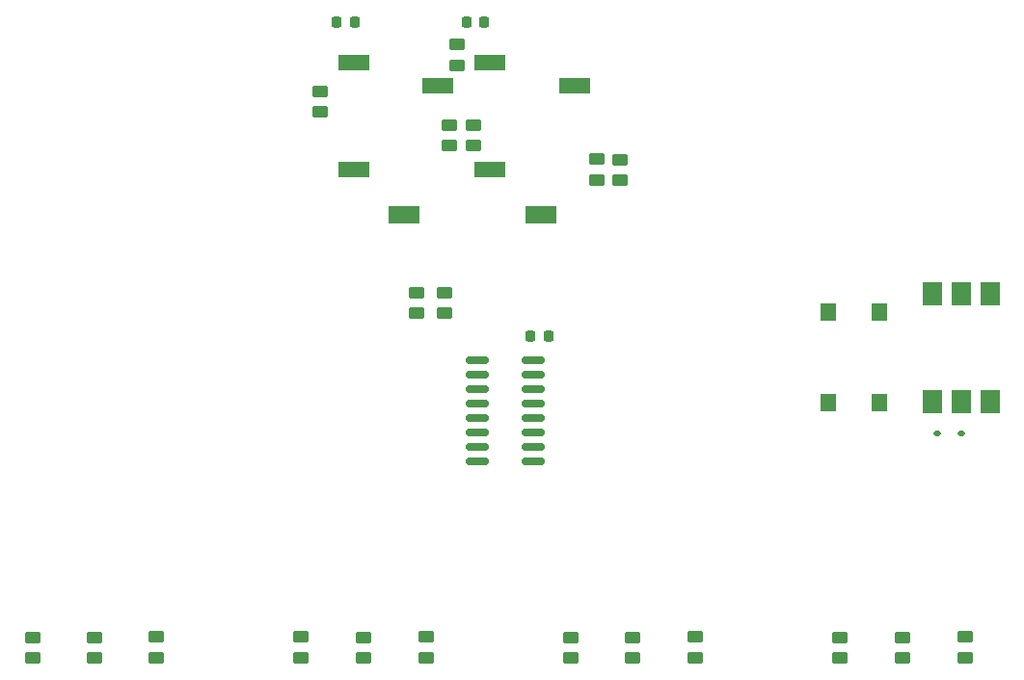
<source format=gtp>
%TF.GenerationSoftware,KiCad,Pcbnew,8.0.4*%
%TF.CreationDate,2024-08-26T20:05:07-05:00*%
%TF.ProjectId,controller,636f6e74-726f-46c6-9c65-722e6b696361,2*%
%TF.SameCoordinates,Original*%
%TF.FileFunction,Paste,Top*%
%TF.FilePolarity,Positive*%
%FSLAX46Y46*%
G04 Gerber Fmt 4.6, Leading zero omitted, Abs format (unit mm)*
G04 Created by KiCad (PCBNEW 8.0.4) date 2024-08-26 20:05:07*
%MOMM*%
%LPD*%
G01*
G04 APERTURE LIST*
G04 Aperture macros list*
%AMRoundRect*
0 Rectangle with rounded corners*
0 $1 Rounding radius*
0 $2 $3 $4 $5 $6 $7 $8 $9 X,Y pos of 4 corners*
0 Add a 4 corners polygon primitive as box body*
4,1,4,$2,$3,$4,$5,$6,$7,$8,$9,$2,$3,0*
0 Add four circle primitives for the rounded corners*
1,1,$1+$1,$2,$3*
1,1,$1+$1,$4,$5*
1,1,$1+$1,$6,$7*
1,1,$1+$1,$8,$9*
0 Add four rect primitives between the rounded corners*
20,1,$1+$1,$2,$3,$4,$5,0*
20,1,$1+$1,$4,$5,$6,$7,0*
20,1,$1+$1,$6,$7,$8,$9,0*
20,1,$1+$1,$8,$9,$2,$3,0*%
G04 Aperture macros list end*
%ADD10RoundRect,0.250000X-0.450000X0.262500X-0.450000X-0.262500X0.450000X-0.262500X0.450000X0.262500X0*%
%ADD11RoundRect,0.250000X0.450000X-0.262500X0.450000X0.262500X-0.450000X0.262500X-0.450000X-0.262500X0*%
%ADD12RoundRect,0.218750X-0.218750X-0.256250X0.218750X-0.256250X0.218750X0.256250X-0.218750X0.256250X0*%
%ADD13R,2.800000X1.400000*%
%ADD14R,2.800000X1.600000*%
%ADD15R,1.400000X1.600000*%
%ADD16R,1.780000X2.000000*%
%ADD17RoundRect,0.225000X0.225000X0.250000X-0.225000X0.250000X-0.225000X-0.250000X0.225000X-0.250000X0*%
%ADD18RoundRect,0.150000X-0.825000X-0.150000X0.825000X-0.150000X0.825000X0.150000X-0.825000X0.150000X0*%
%ADD19RoundRect,0.112500X-0.187500X-0.112500X0.187500X-0.112500X0.187500X0.112500X-0.187500X0.112500X0*%
G04 APERTURE END LIST*
D10*
%TO.C,R11*%
X98427577Y-88800000D03*
X98427577Y-90625000D03*
%TD*%
D11*
%TO.C,R6*%
X84400000Y-45612500D03*
X84400000Y-43787500D03*
%TD*%
D12*
%TO.C,DT1*%
X83812500Y-34700000D03*
X85387500Y-34700000D03*
%TD*%
D13*
%TO.C,J1-I1*%
X73900000Y-38300000D03*
X73900000Y-47700000D03*
X81300000Y-40300000D03*
D14*
X78350000Y-51700000D03*
%TD*%
D15*
%TO.C,SW1*%
X115600000Y-68200000D03*
X115600000Y-60200000D03*
X120100000Y-68200000D03*
X120100000Y-60200000D03*
%TD*%
D10*
%TO.C,R15*%
X93000000Y-88800000D03*
X93000000Y-90625000D03*
%TD*%
%TO.C,R9*%
X51116663Y-88800000D03*
X51116663Y-90625000D03*
%TD*%
%TO.C,R5*%
X71000000Y-40787500D03*
X71000000Y-42612500D03*
%TD*%
D16*
%TO.C,U1*%
X124700000Y-68100000D03*
X127240000Y-68100000D03*
X129780000Y-68100000D03*
X129780000Y-58570000D03*
X127240000Y-58570000D03*
X124700000Y-58570000D03*
%TD*%
D10*
%TO.C,R8*%
X79400000Y-58487500D03*
X79400000Y-60312500D03*
%TD*%
%TO.C,R18*%
X80300000Y-88787500D03*
X80300000Y-90612500D03*
%TD*%
%TO.C,R2*%
X83000000Y-36687500D03*
X83000000Y-38512500D03*
%TD*%
%TO.C,R20*%
X127600000Y-88787500D03*
X127600000Y-90612500D03*
%TD*%
%TO.C,R7*%
X81900000Y-58487500D03*
X81900000Y-60312500D03*
%TD*%
D11*
%TO.C,R3*%
X97300000Y-48625000D03*
X97300000Y-46800000D03*
%TD*%
D10*
%TO.C,R13*%
X45700000Y-88800000D03*
X45700000Y-90625000D03*
%TD*%
%TO.C,R17*%
X56600000Y-88787500D03*
X56600000Y-90612500D03*
%TD*%
%TO.C,R19*%
X103900000Y-88787500D03*
X103900000Y-90612500D03*
%TD*%
%TO.C,R10*%
X74772120Y-88800000D03*
X74772120Y-90625000D03*
%TD*%
%TO.C,R16*%
X116600000Y-88800000D03*
X116600000Y-90625000D03*
%TD*%
%TO.C,R12*%
X122083034Y-88800000D03*
X122083034Y-90625000D03*
%TD*%
D17*
%TO.C,C1*%
X91000000Y-62300000D03*
X89450000Y-62300000D03*
%TD*%
D13*
%TO.C,J11-O1*%
X85900000Y-38300000D03*
X85900000Y-47700000D03*
X93300000Y-40300000D03*
D14*
X90350000Y-51700000D03*
%TD*%
D18*
%TO.C,U2*%
X84770000Y-64430000D03*
X84770000Y-65700000D03*
X84770000Y-66970000D03*
X84770000Y-68240000D03*
X84770000Y-69510000D03*
X84770000Y-70780000D03*
X84770000Y-72050000D03*
X84770000Y-73320000D03*
X89720000Y-73320000D03*
X89720000Y-72050000D03*
X89720000Y-70780000D03*
X89720000Y-69510000D03*
X89720000Y-68240000D03*
X89720000Y-66970000D03*
X89720000Y-65700000D03*
X89720000Y-64430000D03*
%TD*%
D10*
%TO.C,R14*%
X69300000Y-88787500D03*
X69300000Y-90612500D03*
%TD*%
%TO.C,R4*%
X82300000Y-43787500D03*
X82300000Y-45612500D03*
%TD*%
D12*
%TO.C,DR1*%
X72412500Y-34700000D03*
X73987500Y-34700000D03*
%TD*%
D11*
%TO.C,R1*%
X95300000Y-48612500D03*
X95300000Y-46787500D03*
%TD*%
D19*
%TO.C,D1*%
X125150000Y-70900000D03*
X127250000Y-70900000D03*
%TD*%
M02*

</source>
